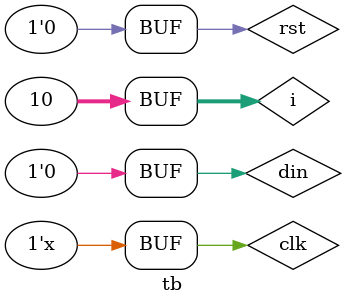
<source format=v>
module tb;



reg clk,rst,din;

wire dout;

integer i;



sequence_detector mm(clk,rst,din,dout);



always #10 clk = ~clk;



initial begin

clk = 0;

rst = 1;

#40;

rst = 0;

end



initial begin

#40

for(i=0; i<10; i=i+1) t();

end



task t;

begin

din = 1;

#20;

din = 0;

#20;

din = 0;

#20;

end

endtask



endmodule

</source>
